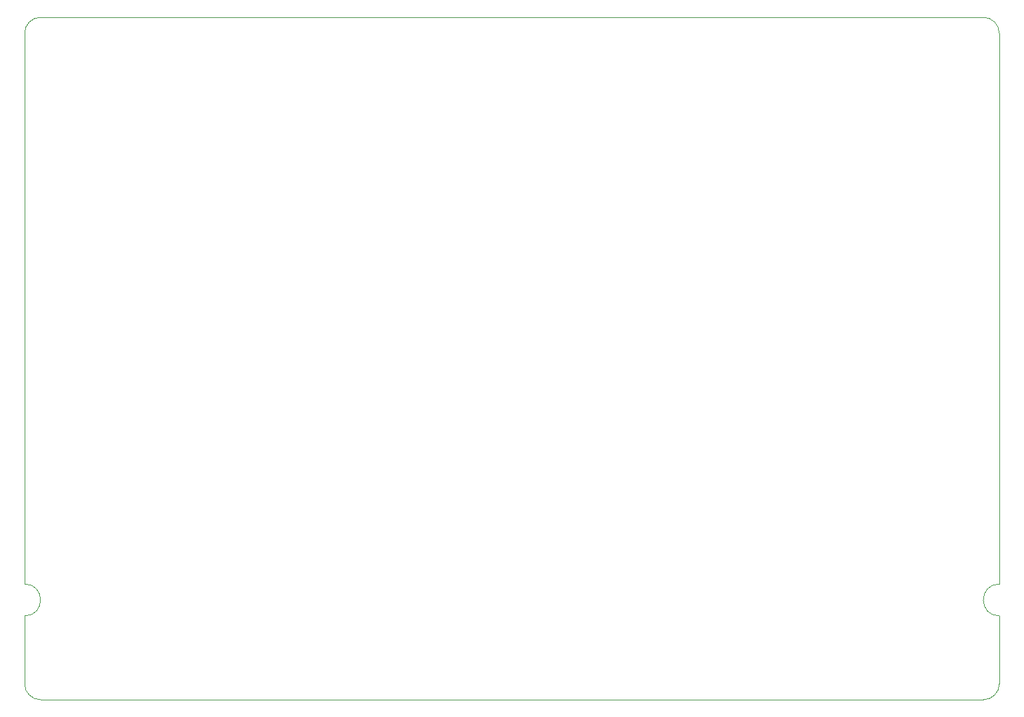
<source format=gbr>
%TF.GenerationSoftware,KiCad,Pcbnew,(5.1.10)-1*%
%TF.CreationDate,2021-12-04T20:09:58-06:00*%
%TF.ProjectId,GimbalBoard_Hardware,47696d62-616c-4426-9f61-72645f486172,rev?*%
%TF.SameCoordinates,Original*%
%TF.FileFunction,Profile,NP*%
%FSLAX46Y46*%
G04 Gerber Fmt 4.6, Leading zero omitted, Abs format (unit mm)*
G04 Created by KiCad (PCBNEW (5.1.10)-1) date 2021-12-04 20:09:58*
%MOMM*%
%LPD*%
G01*
G04 APERTURE LIST*
%TA.AperFunction,Profile*%
%ADD10C,0.050000*%
%TD*%
G04 APERTURE END LIST*
D10*
X148844000Y-36068000D02*
X148844000Y-46736000D01*
X26924000Y-34036000D02*
X146812000Y-34036000D01*
X24892000Y-46736000D02*
X24892000Y-36068000D01*
X146812000Y-34036000D02*
G75*
G02*
X148844000Y-36068000I0J-2032000D01*
G01*
X24892000Y-36068000D02*
G75*
G02*
X26924000Y-34036000I2032000J0D01*
G01*
X24892000Y-106172000D02*
X24892000Y-46736000D01*
X24892000Y-110236000D02*
X24892000Y-118872000D01*
X24892000Y-106172000D02*
G75*
G02*
X24892000Y-110236000I0J-2032000D01*
G01*
X26924000Y-120904000D02*
X49276000Y-120904000D01*
X26924000Y-120904000D02*
G75*
G02*
X24892000Y-118872000I0J2032000D01*
G01*
X148844000Y-110236000D02*
G75*
G02*
X148844000Y-106172000I0J2032000D01*
G01*
X148844000Y-118872000D02*
G75*
G02*
X146812000Y-120904000I-2032000J0D01*
G01*
X146812000Y-120904000D02*
X49276000Y-120904000D01*
X148844000Y-110236000D02*
X148844000Y-118872000D01*
X148844000Y-46736000D02*
X148844000Y-106172000D01*
M02*

</source>
